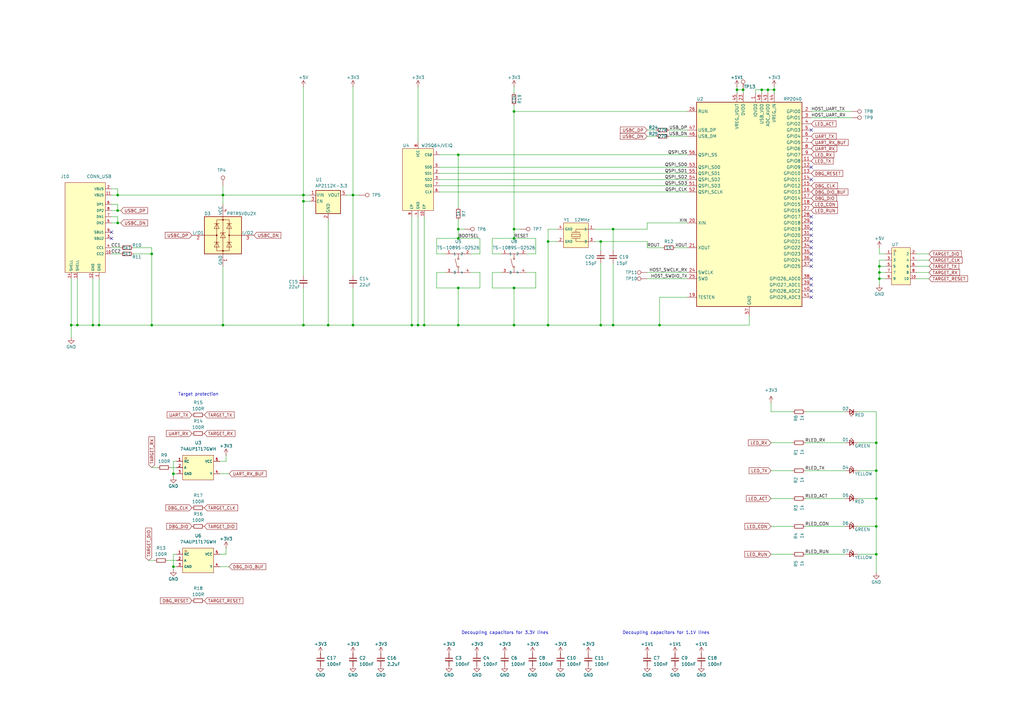
<source format=kicad_sch>
(kicad_sch (version 20231120) (generator "eeschema") (generator_version "8.0")
  (paper "A3")
  (title_block (title "RP2040-DebugProbe-0010") (date "2023-12-24") (rev "1.0"))
  (lib_symbols
    (symbol "Connector:TestPoint" (pin_numbers hide) (pin_names (offset 0.762) hide)
      (property "Reference" "TP" (at 0 6.858 0))
      (property "Value" "TestPoint" (at 0 5.08 0))
      (symbol "TestPoint_1_1"
        (pin passive line (at 0 0 90) (length 2.54) (name "1") (number "1"))
      )
    )
    (symbol "Device:C_Small" (pin_numbers hide) (pin_names (offset 0.254) hide)
      (property "Reference" "C" (at 0.254 1.778 0))
      (property "Value" "C_Small" (at 0.254 -2.032 0))
      (symbol "C_Small_1_1"
        (pin passive line (at 0 2.54 270) (length 2.032) (name "~") (number "1"))
        (pin passive line (at 0 -2.54 90) (length 2.032) (name "~") (number "2"))
      )
    )
    (symbol "Device:LED_Small" (pin_numbers hide) (pin_names (offset 0.254) hide)
      (property "Reference" "D" (at -1.27 3.175 0))
      (property "Value" "LED_Small" (at -4.445 -2.54 0))
      (symbol "LED_Small_1_1"
        (pin passive line (at -2.54 0 0) (length 1.778) (name "K") (number "1"))
        (pin passive line (at 2.54 0 180) (length 1.778) (name "A") (number "2"))
      )
    )
    (symbol "Device:R_Small" (pin_numbers hide) (pin_names (offset 0.254) hide)
      (property "Reference" "R" (at 0.762 0.508 0))
      (property "Value" "R_Small" (at 0.762 -1.016 0))
      (symbol "R_Small_1_1"
        (pin passive line (at 0 2.54 270) (length 0.762) (name "~") (number "1"))
        (pin passive line (at 0 -2.54 90) (length 0.762) (name "~") (number "2"))
      )
    )
    (symbol "JLCPCB:74AUP1T17GWH"
      (property "Reference" "U" (at 0 1.27 0))
      (property "Value" "74AUP1T17GWH" (at 0 -2.54 0))
      (symbol "74AUP1T17GWH_0_1"
        (pin unspecified line (at -8.89 2.54 0) (length 2.54) (name "NC") (number "1"))
        (pin unspecified line (at -8.89 0 0) (length 2.54) (name "A") (number "2"))
        (pin unspecified line (at -8.89 -2.54 0) (length 2.54) (name "GND") (number "3"))
        (pin unspecified line (at 8.89 -2.54 180) (length 2.54) (name "Y") (number "4"))
        (pin unspecified line (at 8.89 2.54 180) (length 2.54) (name "VCC") (number "5"))
      )
    )
    (symbol "JLCPCB:ABM8-272-T3_C20625731"
      (property "Reference" "Y" (at -4.572 6.35 0))
      (property "Value" "ABM8-272-T3" (at 5.334 6.35 0))
      (symbol "ABM8-272-T3_C20625731_0_1"
        (pin input line (at 7.62 2.54 180) (length 2.54) (name "1") (number "1"))
        (pin input line (at -7.62 -2.54 0) (length 2.54) (name "GND") (number "2"))
        (pin input line (at 7.62 -2.54 180) (length 2.54) (name "3") (number "3"))
        (pin input line (at -7.62 2.54 0) (length 2.54) (name "GND") (number "4"))
      )
    )
    (symbol "JLCPCB:HX_JN1_27-2X5_TP_H4_9"
      (property "Reference" "U" (at 0 1.27 0))
      (property "Value" "HX_JN1_27-2X5_TP_H4_9" (at 0 -2.54 0))
      (symbol "HX_JN1_27-2X5_TP_H4_9_0_1"
        (pin unspecified line (at -6.35 5.08 0) (length 2.54) (name "1") (number "1"))
        (pin unspecified line (at 6.35 -5.08 180) (length 2.54) (name "10") (number "10"))
        (pin unspecified line (at 6.35 5.08 180) (length 2.54) (name "2") (number "2"))
        (pin unspecified line (at -6.35 2.54 0) (length 2.54) (name "3") (number "3"))
        (pin unspecified line (at 6.35 2.54 180) (length 2.54) (name "4") (number "4"))
        (pin unspecified line (at -6.35 0 0) (length 2.54) (name "5") (number "5"))
        (pin unspecified line (at 6.35 0 180) (length 2.54) (name "6") (number "6"))
        (pin unspecified line (at -6.35 -2.54 0) (length 2.54) (name "7") (number "7"))
        (pin unspecified line (at 6.35 -2.54 180) (length 2.54) (name "8") (number "8"))
        (pin unspecified line (at -6.35 -5.08 0) (length 2.54) (name "9") (number "9"))
      )
    )
    (symbol "JLCPCB:TS-1089S-02526"
      (property "Reference" "U" (at 0 1.27 0))
      (property "Value" "TS-1089S-02526" (at 0 -2.54 0))
      (symbol "TS-1089S-02526_0_1"
        (pin unspecified line (at -5.08 2.54 0) (length 2.54) (name "1") (number "1"))
        (pin unspecified line (at 5.08 2.54 180) (length 2.54) (name "2") (number "2"))
        (pin unspecified line (at -5.08 -5.08 0) (length 2.54) (name "3") (number "3"))
        (pin unspecified line (at 5.08 -5.08 180) (length 2.54) (name "4") (number "4"))
      )
    )
    (symbol "JLCPCB:TYPE-C_16PIN_2MD(073)"
      (property "Reference" "U" (at -7.874 18.034 0))
      (property "Value" "TYPE-C_16PIN_2MD(073)" (at 8.128 18.034 0))
      (symbol "TYPE-C_16PIN_2MD(073)_0_1"
        (pin unspecified line (at 5.08 -22.86 90) (length 2.54) (name "GND") (number "1"))
        (pin unspecified line (at 10.16 -12.7 180) (length 2.54) (name "CC2") (number "10"))
        (pin unspecified line (at 10.16 11.43 180) (length 2.54) (name "VBUS") (number "11"))
        (pin unspecified line (at 2.54 -22.86 90) (length 2.54) (name "GND") (number "12"))
        (pin unspecified line (at -3.81 -22.86 90) (length 2.54) (name "SHELL") (number "13"))
        (pin unspecified line (at -6.35 -22.86 90) (length 2.54) (name "SHELL") (number "14"))
        (pin unspecified line (at 10.16 13.97 180) (length 2.54) (name "VBUS") (number "2"))
        (pin unspecified line (at 10.16 -6.35 180) (length 2.54) (name "SBU2") (number "3"))
        (pin unspecified line (at 10.16 -10.16 180) (length 2.54) (name "CC1") (number "4"))
        (pin unspecified line (at 10.16 0 180) (length 2.54) (name "DN2") (number "5"))
        (pin unspecified line (at 10.16 7.62 180) (length 2.54) (name "DP1") (number "6"))
        (pin unspecified line (at 10.16 2.54 180) (length 2.54) (name "DN1") (number "7"))
        (pin unspecified line (at 10.16 5.08 180) (length 2.54) (name "DP2") (number "8"))
        (pin unspecified line (at 10.16 -3.81 180) (length 2.54) (name "SBU1") (number "9"))
      )
    )
    (symbol "JLCPCB:W25Q64JWUUIQ"
      (property "Reference" "U" (at 5.588 13.97 0))
      (property "Value" "W25Q64JWUUIQ" (at -7.874 14.224 0))
      (symbol "W25Q64JWUUIQ_0_1"
        (pin unspecified line (at 8.89 10.16 180) (length 2.54) (name "CS#") (number "1"))
        (pin unspecified line (at 2.54 -15.24 90) (length 2.54) (name "EP") (number "10"))
        (pin unspecified line (at 0 -15.24 90) (length 2.54) (name "GND") (number "4"))
        (pin unspecified line (at 8.89 -5.08 180) (length 2.54) (name "CLK") (number "6"))
        (pin unspecified line (at 0 15.24 270) (length 2.54) (name "VCC") (number "8"))
        (pin unspecified line (at -2.54 -15.24 90) (length 2.54) (name "EP") (number "9"))
      )
      (symbol "W25Q64JWUUIQ_1_1"
        (pin unspecified line (at 8.89 2.54 180) (length 2.54) (name "SD1") (number "2"))
        (pin unspecified line (at 8.89 0 180) (length 2.54) (name "SD2") (number "3"))
        (pin unspecified line (at 8.89 5.08 180) (length 2.54) (name "SD0") (number "5"))
        (pin unspecified line (at 8.89 -2.54 180) (length 2.54) (name "SD3") (number "7"))
      )
    )
    (symbol "MCU_RaspberryPi:RP2040"
      (property "Reference" "U" (at 17.78 45.72 0))
      (property "Value" "RP2040" (at 17.78 43.18 0))
      (symbol "RP2040_1_1"
        (pin power_in line (at 2.54 45.72 270) (length 3.81) (name "IOVDD") (number "1"))
        (pin passive line (at 2.54 45.72 270) (length 3.81) hide (name "IOVDD") (number "10"))
        (pin bidirectional line (at 25.4 17.78 180) (length 3.81) (name "GPIO8") (number "11"))
        (pin bidirectional line (at 25.4 15.24 180) (length 3.81) (name "GPIO9") (number "12"))
        (pin bidirectional line (at 25.4 12.7 180) (length 3.81) (name "GPIO10") (number "13"))
        (pin bidirectional line (at 25.4 10.16 180) (length 3.81) (name "GPIO11") (number "14"))
        (pin bidirectional line (at 25.4 7.62 180) (length 3.81) (name "GPIO12") (number "15"))
        (pin bidirectional line (at 25.4 5.08 180) (length 3.81) (name "GPIO13") (number "16"))
        (pin bidirectional line (at 25.4 2.54 180) (length 3.81) (name "GPIO14") (number "17"))
        (pin bidirectional line (at 25.4 0 180) (length 3.81) (name "GPIO15") (number "18"))
        (pin input line (at -25.4 -38.1 0) (length 3.81) (name "TESTEN") (number "19"))
        (pin bidirectional line (at 25.4 38.1 180) (length 3.81) (name "GPIO0") (number "2"))
        (pin input line (at -25.4 -7.62 0) (length 3.81) (name "XIN") (number "20"))
        (pin passive line (at -25.4 -17.78 0) (length 3.81) (name "XOUT") (number "21"))
        (pin passive line (at 2.54 45.72 270) (length 3.81) hide (name "IOVDD") (number "22"))
        (pin power_in line (at -2.54 45.72 270) (length 3.81) (name "DVDD") (number "23"))
        (pin input line (at -25.4 -27.94 0) (length 3.81) (name "SWCLK") (number "24"))
        (pin bidirectional line (at -25.4 -30.48 0) (length 3.81) (name "SWD") (number "25"))
        (pin input line (at -25.4 38.1 0) (length 3.81) (name "RUN") (number "26"))
        (pin bidirectional line (at 25.4 -2.54 180) (length 3.81) (name "GPIO16") (number "27"))
        (pin bidirectional line (at 25.4 -5.08 180) (length 3.81) (name "GPIO17") (number "28"))
        (pin bidirectional line (at 25.4 -7.62 180) (length 3.81) (name "GPIO18") (number "29"))
        (pin bidirectional line (at 25.4 35.56 180) (length 3.81) (name "GPIO1") (number "3"))
        (pin bidirectional line (at 25.4 -10.16 180) (length 3.81) (name "GPIO19") (number "30"))
        (pin bidirectional line (at 25.4 -12.7 180) (length 3.81) (name "GPIO20") (number "31"))
        (pin bidirectional line (at 25.4 -15.24 180) (length 3.81) (name "GPIO21") (number "32"))
        (pin passive line (at 2.54 45.72 270) (length 3.81) hide (name "IOVDD") (number "33"))
        (pin bidirectional line (at 25.4 -17.78 180) (length 3.81) (name "GPIO22") (number "34"))
        (pin bidirectional line (at 25.4 -20.32 180) (length 3.81) (name "GPIO23") (number "35"))
        (pin bidirectional line (at 25.4 -22.86 180) (length 3.81) (name "GPIO24") (number "36"))
        (pin bidirectional line (at 25.4 -25.4 180) (length 3.81) (name "GPIO25") (number "37"))
        (pin bidirectional line (at 25.4 -30.48 180) (length 3.81) (name "GPIO26_ADC0") (number "38"))
        (pin bidirectional line (at 25.4 -33.02 180) (length 3.81) (name "GPIO27_ADC1") (number "39"))
        (pin bidirectional line (at 25.4 33.02 180) (length 3.81) (name "GPIO2") (number "4"))
        (pin bidirectional line (at 25.4 -35.56 180) (length 3.81) (name "GPIO28_ADC2") (number "40"))
        (pin bidirectional line (at 25.4 -38.1 180) (length 3.81) (name "GPIO29_ADC3") (number "41"))
        (pin passive line (at 2.54 45.72 270) (length 3.81) hide (name "IOVDD") (number "42"))
        (pin power_in line (at 7.62 45.72 270) (length 3.81) (name "ADC_AVDD") (number "43"))
        (pin power_in line (at 10.16 45.72 270) (length 3.81) (name "VREG_IN") (number "44"))
        (pin power_out line (at -5.08 45.72 270) (length 3.81) (name "VREG_VOUT") (number "45"))
        (pin bidirectional line (at -25.4 27.94 0) (length 3.81) (name "USB_DM") (number "46"))
        (pin bidirectional line (at -25.4 30.48 0) (length 3.81) (name "USB_DP") (number "47"))
        (pin power_in line (at 5.08 45.72 270) (length 3.81) (name "USB_VDD") (number "48"))
        (pin passive line (at 2.54 45.72 270) (length 3.81) hide (name "IOVDD") (number "49"))
        (pin bidirectional line (at 25.4 30.48 180) (length 3.81) (name "GPIO3") (number "5"))
        (pin passive line (at -2.54 45.72 270) (length 3.81) hide (name "DVDD") (number "50"))
        (pin bidirectional line (at -25.4 7.62 0) (length 3.81) (name "QSPI_SD3") (number "51"))
        (pin output line (at -25.4 5.08 0) (length 3.81) (name "QSPI_SCLK") (number "52"))
        (pin bidirectional line (at -25.4 15.24 0) (length 3.81) (name "QSPI_SD0") (number "53"))
        (pin bidirectional line (at -25.4 10.16 0) (length 3.81) (name "QSPI_SD2") (number "54"))
        (pin bidirectional line (at -25.4 12.7 0) (length 3.81) (name "QSPI_SD1") (number "55"))
        (pin bidirectional line (at -25.4 20.32 0) (length 3.81) (name "QSPI_SS") (number "56"))
        (pin power_in line (at 0 -45.72 90) (length 3.81) (name "GND") (number "57"))
        (pin bidirectional line (at 25.4 27.94 180) (length 3.81) (name "GPIO4") (number "6"))
        (pin bidirectional line (at 25.4 25.4 180) (length 3.81) (name "GPIO5") (number "7"))
        (pin bidirectional line (at 25.4 22.86 180) (length 3.81) (name "GPIO6") (number "8"))
        (pin bidirectional line (at 25.4 20.32 180) (length 3.81) (name "GPIO7") (number "9"))
      )
    )
    (symbol "Power_Protection:PRTR5V0U2X" (pin_names (offset 0))
      (property "Reference" "D" (at 2.794 8.636 0))
      (property "Value" "PRTR5V0U2X" (at 8.128 -9.398 0))
      (symbol "PRTR5V0U2X_1_1"
        (pin passive line (at 0 -12.7 90) (length 5.08) (name "GND") (number "1"))
        (pin passive line (at -12.7 0 0) (length 5.08) (name "I/O1") (number "2"))
        (pin passive line (at 12.7 0 180) (length 5.08) (name "I/O2") (number "3"))
        (pin passive line (at 0 12.7 270) (length 5.08) (name "VCC") (number "4"))
      )
    )
    (symbol "Regulator_Linear:AP2112K-3.3" (pin_names (offset 0.254))
      (property "Reference" "U" (at -5.08 5.715 0))
      (property "Value" "AP2112K-3.3" (at 0 5.715 0))
      (symbol "AP2112K-3.3_1_1"
        (pin power_in line (at -7.62 2.54 0) (length 2.54) (name "VIN") (number "1"))
        (pin power_in line (at 0 -7.62 90) (length 2.54) (name "GND") (number "2"))
        (pin input line (at -7.62 0 0) (length 2.54) (name "EN") (number "3"))
        (pin no_connect line (at 5.08 0 180) (length 2.54) hide (name "NC") (number "4"))
        (pin power_out line (at 7.62 2.54 180) (length 2.54) (name "VOUT") (number "5"))
      )
    )
    (symbol "power:+1V1" (power) (pin_numbers hide) (pin_names (offset 0) hide)
      (property "Value" "+1V1" (at 0 3.556 0))
      (symbol "+1V1_1_1"
        (pin power_in line (at 0 0 90) (length 0) (name "~") (number "1"))
      )
    )
    (symbol "power:+3V3" (power) (pin_numbers hide) (pin_names (offset 0) hide)
      (property "Value" "+3V3" (at 0 3.556 0))
      (symbol "+3V3_1_1"
        (pin power_in line (at 0 0 90) (length 0) (name "~") (number "1"))
      )
    )
    (symbol "power:+5V" (power) (pin_numbers hide) (pin_names (offset 0) hide)
      (property "Value" "+5V" (at 0 3.556 0))
      (symbol "+5V_1_1"
        (pin power_in line (at 0 0 90) (length 0) (name "~") (number "1"))
      )
    )
    (symbol "power:GND" (power) (pin_numbers hide) (pin_names (offset 0) hide)
      (property "Value" "GND" (at 0 -3.81 0))
      (symbol "GND_1_1"
        (pin power_in line (at 0 0 270) (length 0) (name "~") (number "1"))
      )
    )
  )
  (junction (at 38.1 133.35))
  (junction (at 304.8 36.83))
  (junction (at 124.46 133.35))
  (junction (at 359.41 215.9))
  (junction (at 91.44 80.01))
  (junction (at 246.38 99.06))
  (junction (at 251.46 93.98))
  (junction (at 71.12 232.41))
  (junction (at 210.82 45.72))
  (junction (at 173.99 133.35))
  (junction (at 62.23 104.14))
  (junction (at 124.46 80.01))
  (junction (at 48.26 86.36))
  (junction (at 187.96 118.11))
  (junction (at 314.96 36.83))
  (junction (at 71.12 194.31))
  (junction (at 359.41 181.61))
  (junction (at 312.42 36.83))
  (junction (at 48.26 91.44))
  (junction (at 187.96 93.98))
  (junction (at 359.41 193.04))
  (junction (at 246.38 133.35))
  (junction (at 31.75 133.35))
  (junction (at 317.5 36.83))
  (junction (at 224.79 133.35))
  (junction (at 29.21 133.35))
  (junction (at 359.41 204.47))
  (junction (at 251.46 133.35))
  (junction (at 224.79 99.06))
  (junction (at 144.78 133.35))
  (junction (at 144.78 80.01))
  (junction (at 302.26 36.83))
  (junction (at 210.82 93.98))
  (junction (at 187.96 63.5))
  (junction (at 187.96 133.35))
  (junction (at 168.91 133.35))
  (junction (at 124.46 82.55))
  (junction (at 359.41 227.33))
  (junction (at 171.45 133.35))
  (junction (at 91.44 133.35))
  (junction (at 210.82 118.11))
  (junction (at 62.23 133.35))
  (junction (at 48.26 80.01))
  (junction (at 187.96 97.79))
  (junction (at 40.64 133.35))
  (junction (at 360.68 114.3))
  (junction (at 360.68 111.76))
  (junction (at 210.82 133.35))
  (junction (at 360.68 109.22))
  (junction (at 270.51 133.35))
  (junction (at 210.82 97.79))
  (junction (at 134.62 133.35))
  (no_connect (at 332.74 73.66))
  (no_connect (at 332.74 96.52))
  (no_connect (at 45.72 97.79))
  (no_connect (at 332.74 99.06))
  (no_connect (at 332.74 119.38))
  (no_connect (at 332.74 88.9))
  (no_connect (at 332.74 121.92))
  (no_connect (at 332.74 106.68))
  (no_connect (at 45.72 95.25))
  (no_connect (at 332.74 93.98))
  (no_connect (at 332.74 104.14))
  (no_connect (at 332.74 114.3))
  (no_connect (at 332.74 101.6))
  (no_connect (at 332.74 116.84))
  (no_connect (at 332.74 91.44))
  (no_connect (at 332.74 68.58))
  (no_connect (at 332.74 109.22))
  (no_connect (at 332.74 53.34))
  (wire (pts (xy 359.41 215.9) (xy 359.41 227.33)))
  (wire (pts (xy 179.07 111.76) (xy 179.07 118.11)))
  (wire (pts (xy 48.26 88.9) (xy 48.26 91.44)))
  (wire (pts (xy 243.84 99.06) (xy 246.38 99.06)))
  (wire (pts (xy 49.53 101.6) (xy 45.72 101.6)))
  (wire (pts (xy 144.78 113.03) (xy 144.78 80.01)))
  (wire (pts (xy 359.41 204.47) (xy 359.41 215.9)))
  (wire (pts (xy 179.07 104.14) (xy 182.88 104.14)))
  (wire (pts (xy 316.23 215.9) (xy 325.12 215.9)))
  (wire (pts (xy 173.99 88.9) (xy 173.99 133.35)))
  (wire (pts (xy 38.1 114.3) (xy 38.1 133.35)))
  (wire (pts (xy 48.26 86.36) (xy 45.72 86.36)))
  (wire (pts (xy 60.96 229.87) (xy 63.5 229.87)))
  (wire (pts (xy 314.96 36.83) (xy 314.96 38.1)))
  (wire (pts (xy 62.23 101.6) (xy 62.23 104.14)))
  (wire (pts (xy 243.84 93.98) (xy 251.46 93.98)))
  (wire (pts (xy 317.5 35.56) (xy 317.5 36.83)))
  (wire (pts (xy 144.78 80.01) (xy 147.32 80.01)))
  (wire (pts (xy 144.78 133.35) (xy 168.91 133.35)))
  (wire (pts (xy 359.41 234.95) (xy 359.41 227.33)))
  (wire (pts (xy 124.46 133.35) (xy 124.46 118.11)))
  (wire (pts (xy 91.44 80.01) (xy 91.44 83.82)))
  (wire (pts (xy 274.32 53.34) (xy 281.94 53.34)))
  (wire (pts (xy 31.75 114.3) (xy 31.75 133.35)))
  (wire (pts (xy 219.71 104.14) (xy 215.9 104.14)))
  (wire (pts (xy 179.07 97.79) (xy 187.96 97.79)))
  (wire (pts (xy 360.68 106.68) (xy 360.68 109.22)))
  (wire (pts (xy 316.23 227.33) (xy 325.12 227.33)))
  (wire (pts (xy 62.23 104.14) (xy 54.61 104.14)))
  (wire (pts (xy 359.41 215.9) (xy 351.79 215.9)))
  (wire (pts (xy 316.23 168.91) (xy 325.12 168.91)))
  (wire (pts (xy 187.96 63.5) (xy 281.94 63.5)))
  (wire (pts (xy 210.82 43.18) (xy 210.82 45.72)))
  (wire (pts (xy 363.22 104.14) (xy 360.68 104.14)))
  (wire (pts (xy 359.41 193.04) (xy 359.41 204.47)))
  (wire (pts (xy 330.2 204.47) (xy 346.71 204.47)))
  (wire (pts (xy 62.23 133.35) (xy 91.44 133.35)))
  (wire (pts (xy 92.71 227.33) (xy 90.17 227.33)))
  (wire (pts (xy 62.23 104.14) (xy 62.23 133.35)))
  (wire (pts (xy 317.5 36.83) (xy 317.5 38.1)))
  (wire (pts (xy 40.64 133.35) (xy 38.1 133.35)))
  (wire (pts (xy 281.94 111.76) (xy 265.43 111.76)))
  (wire (pts (xy 45.72 80.01) (xy 48.26 80.01)))
  (wire (pts (xy 48.26 83.82) (xy 48.26 86.36)))
  (wire (pts (xy 316.23 165.1) (xy 316.23 168.91)))
  (wire (pts (xy 201.93 104.14) (xy 201.93 97.79)))
  (wire (pts (xy 40.64 114.3) (xy 40.64 133.35)))
  (wire (pts (xy 196.85 118.11) (xy 187.96 118.11)))
  (wire (pts (xy 246.38 133.35) (xy 251.46 133.35)))
  (wire (pts (xy 92.71 224.79) (xy 92.71 227.33)))
  (wire (pts (xy 316.23 193.04) (xy 325.12 193.04)))
  (wire (pts (xy 375.92 106.68) (xy 381 106.68)))
  (wire (pts (xy 38.1 133.35) (xy 31.75 133.35)))
  (wire (pts (xy 124.46 133.35) (xy 134.62 133.35)))
  (wire (pts (xy 72.39 227.33) (xy 71.12 227.33)))
  (wire (pts (xy 224.79 93.98) (xy 224.79 99.06)))
  (wire (pts (xy 179.07 111.76) (xy 182.88 111.76)))
  (wire (pts (xy 168.91 88.9) (xy 168.91 133.35)))
  (wire (pts (xy 196.85 104.14) (xy 196.85 97.79)))
  (wire (pts (xy 302.26 35.56) (xy 302.26 36.83)))
  (wire (pts (xy 219.71 104.14) (xy 219.71 97.79)))
  (wire (pts (xy 224.79 133.35) (xy 246.38 133.35)))
  (wire (pts (xy 251.46 133.35) (xy 270.51 133.35)))
  (wire (pts (xy 265.43 101.6) (xy 271.78 101.6)))
  (wire (pts (xy 375.92 109.22) (xy 381 109.22)))
  (wire (pts (xy 134.62 133.35) (xy 134.62 90.17)))
  (wire (pts (xy 71.12 189.23) (xy 71.12 194.31)))
  (wire (pts (xy 302.26 36.83) (xy 304.8 36.83)))
  (wire (pts (xy 171.45 88.9) (xy 171.45 133.35)))
  (wire (pts (xy 180.34 78.74) (xy 281.94 78.74)))
  (wire (pts (xy 351.79 168.91) (xy 359.41 168.91)))
  (wire (pts (xy 171.45 133.35) (xy 173.99 133.35)))
  (wire (pts (xy 375.92 111.76) (xy 381 111.76)))
  (wire (pts (xy 219.71 111.76) (xy 215.9 111.76)))
  (wire (pts (xy 127 80.01) (xy 124.46 80.01)))
  (wire (pts (xy 360.68 111.76) (xy 360.68 114.3)))
  (wire (pts (xy 62.23 191.77) (xy 64.77 191.77)))
  (wire (pts (xy 187.96 118.11) (xy 187.96 133.35)))
  (wire (pts (xy 179.07 104.14) (xy 179.07 97.79)))
  (wire (pts (xy 270.51 121.92) (xy 270.51 133.35)))
  (wire (pts (xy 210.82 45.72) (xy 210.82 93.98)))
  (wire (pts (xy 224.79 99.06) (xy 224.79 133.35)))
  (wire (pts (xy 307.34 129.54) (xy 307.34 133.35)))
  (wire (pts (xy 210.82 93.98) (xy 210.82 97.79)))
  (wire (pts (xy 134.62 133.35) (xy 144.78 133.35)))
  (wire (pts (xy 91.44 80.01) (xy 124.46 80.01)))
  (wire (pts (xy 201.93 111.76) (xy 201.93 118.11)))
  (wire (pts (xy 330.2 193.04) (xy 346.71 193.04)))
  (wire (pts (xy 265.43 91.44) (xy 265.43 93.98)))
  (wire (pts (xy 314.96 36.83) (xy 317.5 36.83)))
  (wire (pts (xy 48.26 91.44) (xy 45.72 91.44)))
  (wire (pts (xy 173.99 133.35) (xy 187.96 133.35)))
  (wire (pts (xy 346.71 168.91) (xy 330.2 168.91)))
  (wire (pts (xy 312.42 36.83) (xy 312.42 38.1)))
  (wire (pts (xy 360.68 114.3) (xy 363.22 114.3)))
  (wire (pts (xy 92.71 186.69) (xy 92.71 189.23)))
  (wire (pts (xy 124.46 35.56) (xy 124.46 80.01)))
  (wire (pts (xy 265.43 91.44) (xy 281.94 91.44)))
  (wire (pts (xy 359.41 204.47) (xy 351.79 204.47)))
  (wire (pts (xy 224.79 99.06) (xy 228.6 99.06)))
  (wire (pts (xy 187.96 90.17) (xy 187.96 93.98)))
  (wire (pts (xy 359.41 193.04) (xy 351.79 193.04)))
  (wire (pts (xy 201.93 118.11) (xy 210.82 118.11)))
  (wire (pts (xy 144.78 35.56) (xy 144.78 80.01)))
  (wire (pts (xy 359.41 181.61) (xy 359.41 193.04)))
  (wire (pts (xy 142.24 80.01) (xy 144.78 80.01)))
  (wire (pts (xy 276.86 101.6) (xy 281.94 101.6)))
  (wire (pts (xy 62.23 133.35) (xy 40.64 133.35)))
  (wire (pts (xy 49.53 91.44) (xy 48.26 91.44)))
  (wire (pts (xy 210.82 93.98) (xy 213.36 93.98)))
  (wire (pts (xy 180.34 63.5) (xy 187.96 63.5)))
  (wire (pts (xy 359.41 168.91) (xy 359.41 181.61)))
  (wire (pts (xy 201.93 111.76) (xy 205.74 111.76)))
  (wire (pts (xy 92.71 189.23) (xy 90.17 189.23)))
  (wire (pts (xy 219.71 111.76) (xy 219.71 118.11)))
  (wire (pts (xy 251.46 93.98) (xy 251.46 102.87)))
  (wire (pts (xy 302.26 36.83) (xy 302.26 38.1)))
  (wire (pts (xy 72.39 194.31) (xy 71.12 194.31)))
  (wire (pts (xy 360.68 111.76) (xy 363.22 111.76)))
  (wire (pts (xy 48.26 83.82) (xy 45.72 83.82)))
  (wire (pts (xy 224.79 93.98) (xy 228.6 93.98)))
  (wire (pts (xy 62.23 101.6) (xy 54.61 101.6)))
  (wire (pts (xy 72.39 232.41) (xy 71.12 232.41)))
  (wire (pts (xy 48.26 80.01) (xy 91.44 80.01)))
  (wire (pts (xy 91.44 109.22) (xy 91.44 133.35)))
  (wire (pts (xy 49.53 104.14) (xy 45.72 104.14)))
  (wire (pts (xy 124.46 113.03) (xy 124.46 82.55)))
  (wire (pts (xy 68.58 229.87) (xy 72.39 229.87)))
  (wire (pts (xy 93.98 194.31) (xy 90.17 194.31)))
  (wire (pts (xy 49.53 86.36) (xy 48.26 86.36)))
  (wire (pts (xy 29.21 114.3) (xy 29.21 133.35)))
  (wire (pts (xy 219.71 118.11) (xy 210.82 118.11)))
  (wire (pts (xy 210.82 97.79) (xy 219.71 97.79)))
  (wire (pts (xy 71.12 194.31) (xy 71.12 195.58)))
  (wire (pts (xy 48.26 88.9) (xy 45.72 88.9)))
  (wire (pts (xy 281.94 114.3) (xy 265.43 114.3)))
  (wire (pts (xy 180.34 71.12) (xy 281.94 71.12)))
  (wire (pts (xy 265.43 53.34) (xy 269.24 53.34)))
  (wire (pts (xy 180.34 73.66) (xy 281.94 73.66)))
  (wire (pts (xy 187.96 63.5) (xy 187.96 85.09)))
  (wire (pts (xy 246.38 99.06) (xy 246.38 102.87)))
  (wire (pts (xy 330.2 181.61) (xy 346.71 181.61)))
  (wire (pts (xy 196.85 97.79) (xy 187.96 97.79)))
  (wire (pts (xy 210.82 118.11) (xy 210.82 133.35)))
  (wire (pts (xy 360.68 109.22) (xy 363.22 109.22)))
  (wire (pts (xy 363.22 106.68) (xy 360.68 106.68)))
  (wire (pts (xy 180.34 68.58) (xy 281.94 68.58)))
  (wire (pts (xy 309.88 36.83) (xy 312.42 36.83)))
  (wire (pts (xy 180.34 76.2) (xy 281.94 76.2)))
  (wire (pts (xy 332.74 45.72) (xy 349.25 45.72)))
  (wire (pts (xy 375.92 114.3) (xy 381 114.3)))
  (wire (pts (xy 201.93 104.14) (xy 205.74 104.14)))
  (wire (pts (xy 196.85 104.14) (xy 193.04 104.14)))
  (wire (pts (xy 72.39 189.23) (xy 71.12 189.23)))
  (wire (pts (xy 168.91 133.35) (xy 171.45 133.35)))
  (wire (pts (xy 29.21 133.35) (xy 29.21 138.43)))
  (wire (pts (xy 196.85 111.76) (xy 196.85 118.11)))
  (wire (pts (xy 127 82.55) (xy 124.46 82.55)))
  (wire (pts (xy 179.07 118.11) (xy 187.96 118.11)))
  (wire (pts (xy 316.23 181.61) (xy 325.12 181.61)))
  (wire (pts (xy 187.96 93.98) (xy 187.96 97.79)))
  (wire (pts (xy 196.85 111.76) (xy 193.04 111.76)))
  (wire (pts (xy 270.51 133.35) (xy 307.34 133.35)))
  (wire (pts (xy 171.45 35.56) (xy 171.45 58.42)))
  (wire (pts (xy 360.68 116.84) (xy 360.68 114.3)))
  (wire (pts (xy 93.98 232.41) (xy 90.17 232.41)))
  (wire (pts (xy 375.92 104.14) (xy 381 104.14)))
  (wire (pts (xy 330.2 215.9) (xy 346.71 215.9)))
  (wire (pts (xy 246.38 107.95) (xy 246.38 133.35)))
  (wire (pts (xy 360.68 109.22) (xy 360.68 111.76)))
  (wire (pts (xy 251.46 93.98) (xy 265.43 93.98)))
  (wire (pts (xy 251.46 107.95) (xy 251.46 133.35)))
  (wire (pts (xy 330.2 227.33) (xy 346.71 227.33)))
  (wire (pts (xy 360.68 101.6) (xy 360.68 104.14)))
  (wire (pts (xy 124.46 82.55) (xy 124.46 80.01)))
  (wire (pts (xy 332.74 48.26) (xy 349.25 48.26)))
  (wire (pts (xy 274.32 55.88) (xy 281.94 55.88)))
  (wire (pts (xy 359.41 227.33) (xy 351.79 227.33)))
  (wire (pts (xy 91.44 133.35) (xy 124.46 133.35)))
  (wire (pts (xy 48.26 77.47) (xy 48.26 80.01)))
  (wire (pts (xy 45.72 77.47) (xy 48.26 77.47)))
  (wire (pts (xy 91.44 76.2) (xy 91.44 80.01)))
  (wire (pts (xy 210.82 45.72) (xy 281.94 45.72)))
  (wire (pts (xy 31.75 133.35) (xy 29.21 133.35)))
  (wire (pts (xy 359.41 181.61) (xy 351.79 181.61)))
  (wire (pts (xy 71.12 227.33) (xy 71.12 232.41)))
  (wire (pts (xy 71.12 232.41) (xy 71.12 233.68)))
  (wire (pts (xy 210.82 133.35) (xy 224.79 133.35)))
  (wire (pts (xy 312.42 36.83) (xy 314.96 36.83)))
  (wire (pts (xy 187.96 93.98) (xy 190.5 93.98)))
  (wire (pts (xy 270.51 121.92) (xy 281.94 121.92)))
  (wire (pts (xy 144.78 133.35) (xy 144.78 118.11)))
  (wire (pts (xy 246.38 99.06) (xy 265.43 99.06)))
  (wire (pts (xy 187.96 133.35) (xy 210.82 133.35)))
  (wire (pts (xy 304.8 36.83) (xy 304.8 38.1)))
  (wire (pts (xy 201.93 97.79) (xy 210.82 97.79)))
  (wire (pts (xy 265.43 55.88) (xy 269.24 55.88)))
  (wire (pts (xy 69.85 191.77) (xy 72.39 191.77)))
  (wire (pts (xy 316.23 204.47) (xy 325.12 204.47)))
  (wire (pts (xy 309.88 36.83) (xy 309.88 38.1)))
  (wire (pts (xy 210.82 35.56) (xy 210.82 38.1)))
  (wire (pts (xy 265.43 99.06) (xy 265.43 101.6)))
  (text "Decoupling capacitors for 3.3V lines" (at 189.23 260.35 0) (effects (font (size 1.27 1.27)) (justify left bottom)))
  (text "Decoupling capacitors for 1.1V lines" (at 255.27 260.35 0) (effects (font (size 1.27 1.27)) (justify left bottom)))
  (text "Target protection" (at 73.025 162.56 0) (effects (font (size 1.27 1.27)) (justify left bottom)))
  (label "RLED_CON" (at 330.2 215.9 0))
  (label "HOST_SWCLK_RX" (at 281.94 111.76 180))
  (label "RESET" (at 210.82 97.79 0))
  (label "QSPI_SD1" (at 281.94 71.12 180))
  (label "RLED_RUN" (at 330.2 227.33 0))
  (label "USB_DN" (at 281.94 55.88 180))
  (label "QSPI_SD0" (at 281.94 68.58 180))
  (label "QSPI_SS" (at 281.94 63.5 180))
  (label "QSPI_SD3" (at 281.94 76.2 180))
  (label "HOST_SWDIO_TX" (at 281.94 114.3 180))
  (label "ROUT" (at 265.43 101.6 0))
  (label "RLED_TX" (at 330.2 193.04 0))
  (label "QSPI_SD2" (at 281.94 73.66 180))
  (label "CC2" (at 49.53 104.14 180))
  (label "HOST_UART_RX" (at 332.74 48.26 0))
  (label "CC1" (at 49.53 101.6 180))
  (label "BOOTSEL" (at 187.96 97.79 0))
  (label "HOST_UART_TX" (at 332.74 45.72 0))
  (label "XIN" (at 281.94 91.44 180))
  (label "QSPI_CLK" (at 281.94 78.74 180))
  (label "XOUT" (at 281.94 101.6 180))
  (label "RLED_ACT" (at 330.2 204.47 0))
  (label "RLED_RX" (at 330.2 181.61 0))
  (label "USB_DP" (at 281.94 53.34 180))
  (global_label "LED_ACT" (shape input) (at 332.74 50.8 0) (property "Intersheetrefs" "${INTERSHEET_REFS}" (effects (hide yes))))
  (global_label "TARGET_RESET" (shape input) (at 381 114.3 0) (property "Intersheetrefs" "${INTERSHEET_REFS}" (effects (hide yes))))
  (global_label "UART_RX_BUF" (shape input) (at 332.74 58.42 0) (property "Intersheetrefs" "${INTERSHEET_REFS}" (effects (hide yes))))
  (global_label "TARGET_TX" (shape input) (at 83.82 170.18 0) (property "Intersheetrefs" "${INTERSHEET_REFS}" (effects (hide yes))))
  (global_label "USBC_DN" (shape input) (at 104.14 96.52 0) (property "Intersheetrefs" "${INTERSHEET_REFS}" (effects (hide yes))))
  (global_label "LED_RX" (shape input) (at 316.23 181.61 180) (property "Intersheetrefs" "${INTERSHEET_REFS}" (effects (hide yes))))
  (global_label "DBG_DIO_BUF" (shape input) (at 93.98 232.41 0) (property "Intersheetrefs" "${INTERSHEET_REFS}" (effects (hide yes))))
  (global_label "TARGET_DIO" (shape input) (at 83.82 215.9 0) (property "Intersheetrefs" "${INTERSHEET_REFS}" (effects (hide yes))))
  (global_label "LED_ACT" (shape input) (at 316.23 204.47 180) (property "Intersheetrefs" "${INTERSHEET_REFS}" (effects (hide yes))))
  (global_label "TARGET_TX" (shape input) (at 381 109.22 0) (property "Intersheetrefs" "${INTERSHEET_REFS}" (effects (hide yes))))
  (global_label "USBC_DN" (shape input) (at 49.53 91.44 0) (property "Intersheetrefs" "${INTERSHEET_REFS}" (effects (hide yes))))
  (global_label "UART_TX" (shape input) (at 332.74 55.88 0) (property "Intersheetrefs" "${INTERSHEET_REFS}" (effects (hide yes))))
  (global_label "DBG_CLK" (shape input) (at 332.74 76.2 0) (property "Intersheetrefs" "${INTERSHEET_REFS}" (effects (hide yes))))
  (global_label "USBC_DN" (shape input) (at 265.43 55.88 180) (property "Intersheetrefs" "${INTERSHEET_REFS}" (effects (hide yes))))
  (global_label "DBG_CLK" (shape input) (at 78.74 208.28 180) (property "Intersheetrefs" "${INTERSHEET_REFS}" (effects (hide yes))))
  (global_label "TARGET_RX" (shape input) (at 83.82 177.8 0) (property "Intersheetrefs" "${INTERSHEET_REFS}" (effects (hide yes))))
  (global_label "USBC_DP" (shape input) (at 49.53 86.36 0) (property "Intersheetrefs" "${INTERSHEET_REFS}" (effects (hide yes))))
  (global_label "UART_RX" (shape input) (at 332.74 60.96 0) (property "Intersheetrefs" "${INTERSHEET_REFS}" (effects (hide yes))))
  (global_label "TARGET_DIO" (shape input) (at 381 104.14 0) (property "Intersheetrefs" "${INTERSHEET_REFS}" (effects (hide yes))))
  (global_label "USBC_DP" (shape input) (at 265.43 53.34 180) (property "Intersheetrefs" "${INTERSHEET_REFS}" (effects (hide yes))))
  (global_label "LED_CON" (shape input) (at 332.74 83.82 0) (property "Intersheetrefs" "${INTERSHEET_REFS}" (effects (hide yes))))
  (global_label "TARGET_DIO" (shape input) (at 60.96 229.87 90) (property "Intersheetrefs" "${INTERSHEET_REFS}" (effects (hide yes))))
  (global_label "UART_RX_BUF" (shape input) (at 93.98 194.31 0) (property "Intersheetrefs" "${INTERSHEET_REFS}" (effects (hide yes))))
  (global_label "DBG_DIO" (shape input) (at 332.74 81.28 0) (property "Intersheetrefs" "${INTERSHEET_REFS}" (effects (hide yes))))
  (global_label "USBC_DP" (shape input) (at 78.74 96.52 180) (property "Intersheetrefs" "${INTERSHEET_REFS}" (effects (hide yes))))
  (global_label "UART_RX" (shape input) (at 78.74 177.8 180) (property "Intersheetrefs" "${INTERSHEET_REFS}" (effects (hide yes))))
  (global_label "LED_RX" (shape input) (at 332.74 63.5 0) (property "Intersheetrefs" "${INTERSHEET_REFS}" (effects (hide yes))))
  (global_label "TARGET_RESET" (shape input) (at 83.82 246.38 0) (property "Intersheetrefs" "${INTERSHEET_REFS}" (effects (hide yes))))
  (global_label "LED_TX" (shape input) (at 316.23 193.04 180) (property "Intersheetrefs" "${INTERSHEET_REFS}" (effects (hide yes))))
  (global_label "DBG_DIO_BUF" (shape input) (at 332.74 78.74 0) (property "Intersheetrefs" "${INTERSHEET_REFS}" (effects (hide yes))))
  (global_label "DBG_DIO" (shape input) (at 78.74 215.9 180) (property "Intersheetrefs" "${INTERSHEET_REFS}" (effects (hide yes))))
  (global_label "LED_RUN" (shape input) (at 316.23 227.33 180) (property "Intersheetrefs" "${INTERSHEET_REFS}" (effects (hide yes))))
  (global_label "TARGET_CLK" (shape input) (at 381 106.68 0) (property "Intersheetrefs" "${INTERSHEET_REFS}" (effects (hide yes))))
  (global_label "TARGET_RX" (shape input) (at 381 111.76 0) (property "Intersheetrefs" "${INTERSHEET_REFS}" (effects (hide yes))))
  (global_label "DBG_RESET" (shape input) (at 78.74 246.38 180) (property "Intersheetrefs" "${INTERSHEET_REFS}" (effects (hide yes))))
  (global_label "TARGET_RX" (shape input) (at 62.23 191.77 90) (property "Intersheetrefs" "${INTERSHEET_REFS}" (effects (hide yes))))
  (global_label "LED_CON" (shape input) (at 316.23 215.9 180) (property "Intersheetrefs" "${INTERSHEET_REFS}" (effects (hide yes))))
  (global_label "LED_RUN" (shape input) (at 332.74 86.36 0) (property "Intersheetrefs" "${INTERSHEET_REFS}" (effects (hide yes))))
  (global_label "LED_TX" (shape input) (at 332.74 66.04 0) (property "Intersheetrefs" "${INTERSHEET_REFS}" (effects (hide yes))))
  (global_label "UART_TX" (shape input) (at 78.74 170.18 180) (property "Intersheetrefs" "${INTERSHEET_REFS}" (effects (hide yes))))
  (global_label "TARGET_CLK" (shape input) (at 83.82 208.28 0) (property "Intersheetrefs" "${INTERSHEET_REFS}" (effects (hide yes))))
  (global_label "DBG_RESET" (shape input) (at 332.74 71.12 0) (property "Intersheetrefs" "${INTERSHEET_REFS}" (effects (hide yes))))
  (symbol (lib_id "Power_Protection:PRTR5V0U2X") (at 91.44 96.52 0) (unit 1)
    (property "Reference" "D3" (at 85.09 87.63 0))
    (property "Value" "PRTR5V0U2X" (at 99.06 87.63 0))
    (property "Footprint" "Package_TO_SOT_SMD:SOT-143" (effects (hide yes)))
    (property "Datasheet" "https://assets.nexperia.com/documents/data-sheet/PRTR5V0U2X.pdf" (effects (hide yes)))
    (property "Description" "Ultra low capacitance double rail-to-rail ESD protection diode, SOT-143" (effects (hide yes)))
  )
  (symbol (lib_id "power:+1V1") (at 276.86 267.97 0) (unit 1)
    (property "Reference" "#PWR027" (effects (hide yes)))
    (property "Value" "+1V1" (at 276.86 264.16 0))
    (property "Description" "Power symbol creates a global label with name \"+1V1\"" (effects (hide yes)))
  )
  (symbol (lib_id "Device:R_Small") (at 274.32 101.6 270) (unit 1)
    (property "Reference" "R12" (at 274.32 99.06 90))
    (property "Value" "1K" (at 274.32 101.6 90))
    (property "Footprint" "Resistor_SMD:R_0402_1005Metric" (effects (hide yes)))
    (property "Description" "Resistor, small symbol" (effects (hide yes)))
  )
  (symbol (lib_id "power:+3V3") (at 171.45 35.56 0) (mirror y) (unit 1)
    (property "Reference" "#PWR047" (effects (hide yes)))
    (property "Value" "+3V3" (at 171.45 31.75 0))
    (property "Description" "Power symbol creates a global label with name \"+3V3\"" (effects (hide yes)))
  )
  (symbol (lib_id "power:+3V3") (at 241.3 267.97 0) (unit 1)
    (property "Reference" "#PWR031" (effects (hide yes)))
    (property "Value" "+3V3" (at 241.3 264.16 0))
    (property "Description" "Power symbol creates a global label with name \"+3V3\"" (effects (hide yes)))
  )
  (symbol (lib_id "Device:R_Small") (at 66.04 229.87 90) (unit 1)
    (property "Reference" "R13" (at 66.04 224.79 90))
    (property "Value" "100R" (at 66.04 227.33 90))
    (property "Footprint" "Resistor_SMD:R_0402_1005Metric" (effects (hide yes)))
    (property "Description" "Resistor, small symbol" (effects (hide yes)))
  )
  (symbol (lib_id "Device:C_Small") (at 144.78 270.51 0) (unit 1)
    (property "Reference" "C2" (at 147.32 269.8813 0) (effects (justify left)))
    (property "Value" "100nF" (at 147.32 272.4213 0) (effects (justify left)))
    (property "Footprint" "Capacitor_SMD:C_0402_1005Metric" (effects (hide yes)))
    (property "Description" "Unpolarized capacitor, small symbol" (effects (hide yes)))
  )
  (symbol (lib_id "JLCPCB:TS-1089S-02526") (at 187.96 106.68 0) (unit 1)
    (property "Reference" "U5" (at 187.96 99.06 0))
    (property "Value" "TS-1089S-02526" (at 187.96 101.6 0))
    (property "Footprint" "JLCPCB:SW-SMD_4P-L4.2-W3.3-P2.15-LS5.1" (effects (hide yes)))
    (property "Datasheet" "https://item.szlcsc.com/457637.html" (effects (hide yes)))
    (property "LCSC" "C455282" (effects (hide yes)))
  )
  (symbol (lib_id "power:GND") (at 156.21 273.05 0) (unit 1)
    (property "Reference" "#PWR057" (effects (hide yes)))
    (property "Value" "GND" (at 156.21 276.86 0))
    (property "Description" "Power symbol creates a global label with name \"GND\" , ground" (effects (hide yes)))
  )
  (symbol (lib_id "Device:C_Small") (at 207.01 270.51 0) (unit 1)
    (property "Reference" "C6" (at 209.55 269.8813 0) (effects (justify left)))
    (property "Value" "100nF" (at 209.55 272.4213 0) (effects (justify left)))
    (property "Footprint" "Capacitor_SMD:C_0402_1005Metric" (effects (hide yes)))
    (property "Description" "Unpolarized capacitor, small symbol" (effects (hide yes)))
  )
  (symbol (lib_id "Device:LED_Small") (at 349.25 181.61 0) (mirror y) (unit 1)
    (property "Reference" "D1" (at 345.44 180.34 0) (effects (justify right)))
    (property "Value" "GREEN" (at 350.52 182.88 0) (effects (justify right)))
    (property "Footprint" "LED_SMD:LED_0603_1608Metric" (effects (hide yes)))
    (property "Description" "Light emitting diode, small symbol" (effects (hide yes)))
  )
  (symbol (lib_id "power:+3V3") (at 131.445 267.97 0) (unit 1)
    (property "Reference" "#PWR068" (effects (hide yes)))
    (property "Value" "+3V3" (at 131.445 264.16 0))
    (property "Description" "Power symbol creates a global label with name \"+3V3\"" (effects (hide yes)))
  )
  (symbol (lib_id "JLCPCB:74AUP1T17GWH") (at 81.28 191.77 0) (unit 1)
    (property "Reference" "U3" (at 81.28 181.61 0))
    (property "Value" "74AUP1T17GWH" (at 81.28 184.15 0))
    (property "Footprint" "JLCPCB:TSSOP-5_L2.1-W1.3-P0.65-LS2.2-BR" (effects (hide yes)))
    (property "Datasheet" "https://item.szlcsc.com/125572.html" (effects (hide yes)))
    (property "LCSC" "C545951" (effects (hide yes)))
  )
  (symbol (lib_id "power:GND") (at 265.43 273.05 0) (unit 1)
    (property "Reference" "#PWR023" (effects (hide yes)))
    (property "Value" "GND" (at 265.43 276.86 0))
    (property "Description" "Power symbol creates a global label with name \"GND\" , ground" (effects (hide yes)))
  )
  (symbol (lib_id "JLCPCB:W25Q64JWUUIQ") (at 171.45 73.66 0) (unit 1)
    (property "Reference" "U4" (at 165.1 59.69 0) (effects (justify left)))
    (property "Value" "W25Q64JVEIQ" (at 172.72 59.69 0) (effects (justify left)))
    (property "Footprint" "JLCPCB:USON-8_L4.0-W3.0-P0.80-BL_WINBOND_UU" (effects (hide yes)))
    (property "Datasheet" "https://atta.szlcsc.com/upload/public/pdf/source/20220419/71F2D20BDA1217995CECC027DED216BE.pdf" (effects (hide yes)))
    (property "LCSC" "C6604692" (effects (hide yes)))
  )
  (symbol (lib_id "power:+3V3") (at 156.21 267.97 0) (unit 1)
    (property "Reference" "#PWR037" (effects (hide yes)))
    (property "Value" "+3V3" (at 156.21 264.16 0))
    (property "Description" "Power symbol creates a global label with name \"+3V3\"" (effects (hide yes)))
  )
  (symbol (lib_id "Device:R_Small") (at 67.31 191.77 90) (unit 1)
    (property "Reference" "R9" (at 67.31 186.69 90))
    (property "Value" "100R" (at 67.31 189.23 90))
    (property "Footprint" "Resistor_SMD:R_0402_1005Metric" (effects (hide yes)))
    (property "Description" "Resistor, small symbol" (effects (hide yes)))
  )
  (symbol (lib_id "power:+3V3") (at 184.15 267.97 0) (unit 1)
    (property "Reference" "#PWR011" (effects (hide yes)))
    (property "Value" "+3V3" (at 184.15 264.16 0))
    (property "Description" "Power symbol creates a global label with name \"+3V3\"" (effects (hide yes)))
  )
  (symbol (lib_id "Device:C_Small") (at 246.38 105.41 0) (mirror y) (unit 1)
    (property "Reference" "C20" (at 243.84 105.41 0) (effects (justify left)))
    (property "Value" "15pF" (at 240.03 107.95 0) (effects (justify right)))
    (property "Footprint" "Capacitor_SMD:C_0402_1005Metric" (effects (hide yes)))
    (property "Description" "Unpolarized capacitor, small symbol" (effects (hide yes)))
  )
  (symbol (lib_id "JLCPCB:ABM8-272-T3_C20625731") (at 236.22 96.52 0) (unit 1)
    (property "Reference" "Y1" (at 232.41 90.17 0))
    (property "Value" "12MHz" (at 238.76 90.17 0))
    (property "Footprint" "JLCPCB:CRYSTAL-SMD_4P-L3.2-W2.5-BL" (effects (hide yes)))
    (property "Datasheet" "https://item.szlcsc.com/15866.html" (effects (hide yes)))
    (property "Description" "Four pin crystal, GND on pins 2 and 4, small symbol" (effects (hide yes)))
    (property "LCSC" "C20625731" (effects (hide yes)))
  )
  (symbol (lib_id "Device:R_Small") (at 271.78 53.34 270) (mirror x) (unit 1)
    (property "Reference" "R24" (at 267.97 52.324 90))
    (property "Value" "27R" (at 271.78 53.34 90))
    (property "Footprint" "Resistor_SMD:R_0402_1005Metric" (effects (hide yes)))
    (property "Description" "Resistor, small symbol" (effects (hide yes)))
  )
  (symbol (lib_id "Device:C_Small") (at 241.3 270.51 0) (unit 1)
    (property "Reference" "C11" (at 243.84 269.8813 0) (effects (justify left)))
    (property "Value" "100nF" (at 243.84 272.4213 0) (effects (justify left)))
    (property "Footprint" "Capacitor_SMD:C_0402_1005Metric" (effects (hide yes)))
    (property "Description" "Unpolarized capacitor, small symbol" (effects (hide yes)))
  )
  (symbol (lib_id "power:+1V1") (at 302.26 35.56 0) (unit 1)
    (property "Reference" "#PWR020" (effects (hide yes)))
    (property "Value" "+1V1" (at 302.26 31.75 0))
    (property "Description" "Power symbol creates a global label with name \"+1V1\"" (effects (hide yes)))
  )
  (symbol (lib_id "power:+1V1") (at 287.655 267.97 0) (unit 1)
    (property "Reference" "#PWR072" (effects (hide yes)))
    (property "Value" "+1V1" (at 287.655 264.16 0))
    (property "Description" "Power symbol creates a global label with name \"+1V1\"" (effects (hide yes)))
  )
  (symbol (lib_id "power:+3V3") (at 92.71 186.69 0) (mirror y) (unit 1)
    (property "Reference" "#PWR010" (effects (hide yes)))
    (property "Value" "+3V3" (at 92.71 182.88 0))
    (property "Description" "Power symbol creates a global label with name \"+3V3\"" (effects (hide yes)))
  )
  (symbol (lib_id "Device:LED_Small") (at 349.25 204.47 0) (mirror y) (unit 1)
    (property "Reference" "D5" (at 345.44 203.2 0) (effects (justify right)))
    (property "Value" "RED" (at 350.52 205.74 0) (effects (justify right)))
    (property "Footprint" "LED_SMD:LED_0603_1608Metric" (effects (hide yes)))
    (property "Description" "Light emitting diode, small symbol" (effects (hide yes)))
  )
  (symbol (lib_id "power:GND") (at 207.01 273.05 0) (unit 1)
    (property "Reference" "#PWR019" (effects (hide yes)))
    (property "Value" "GND" (at 207.01 276.86 0))
    (property "Description" "Power symbol creates a global label with name \"GND\" , ground" (effects (hide yes)))
  )
  (symbol (lib_id "power:+3V3") (at 316.23 165.1 0) (unit 1)
    (property "Reference" "#PWR059" (effects (hide yes)))
    (property "Value" "+3V3" (at 316.23 160.02 0))
    (property "Description" "Power symbol creates a global label with name \"+3V3\"" (effects (hide yes)))
  )
  (symbol (lib_id "power:GND") (at 144.78 273.05 0) (unit 1)
    (property "Reference" "#PWR04" (effects (hide yes)))
    (property "Value" "GND" (at 144.78 276.86 0))
    (property "Description" "Power symbol creates a global label with name \"GND\" , ground" (effects (hide yes)))
  )
  (symbol (lib_id "power:GND") (at 360.68 116.84 0) (mirror y) (unit 1)
    (property "Reference" "#PWR055" (effects (hide yes)))
    (property "Value" "GND" (at 360.68 120.65 0))
    (property "Description" "Power symbol creates a global label with name \"GND\" , ground" (effects (hide yes)))
  )
  (symbol (lib_id "Connector:TestPoint") (at 265.43 114.3 90) (unit 1)
    (property "Reference" "TP10" (at 256.54 114.3 90) (effects (justify right)))
    (property "Value" "TestPoint" (effects (hide yes)))
    (property "Footprint" "TestPoint:TestPoint_Pad_D1.0mm" (effects (hide yes)))
    (property "Description" "test point" (effects (hide yes)))
  )
  (symbol (lib_id "Device:R_Small") (at 327.66 215.9 90) (mirror x) (unit 1)
    (property "Reference" "R4" (at 326.39 218.44 0) (effects (justify left)))
    (property "Value" "1k" (at 328.93 218.44 0) (effects (justify left)))
    (property "Footprint" "Resistor_SMD:R_0402_1005Metric" (effects (hide yes)))
    (property "Description" "Resistor, small symbol" (effects (hide yes)))
  )
  (symbol (lib_id "power:GND") (at 287.655 273.05 0) (unit 1)
    (property "Reference" "#PWR073" (effects (hide yes)))
    (property "Value" "GND" (at 287.655 276.86 0))
    (property "Description" "Power symbol creates a global label with name \"GND\" , ground" (effects (hide yes)))
  )
  (symbol (lib_id "Device:LED_Small") (at 349.25 215.9 0) (mirror y) (unit 1)
    (property "Reference" "D6" (at 345.44 214.63 0) (effects (justify right)))
    (property "Value" "GREEN" (at 350.52 217.17 0) (effects (justify right)))
    (property "Footprint" "LED_SMD:LED_0603_1608Metric" (effects (hide yes)))
    (property "Description" "Light emitting diode, small symbol" (effects (hide yes)))
  )
  (symbol (lib_id "power:GND") (at 241.3 273.05 0) (unit 1)
    (property "Reference" "#PWR032" (effects (hide yes)))
    (property "Value" "GND" (at 241.3 276.86 0))
    (property "Description" "Power symbol creates a global label with name \"GND\" , ground" (effects (hide yes)))
  )
  (symbol (lib_id "Device:R_Small") (at 327.66 181.61 90) (mirror x) (unit 1)
    (property "Reference" "R1" (at 326.39 184.15 0) (effects (justify left)))
    (property "Value" "1k" (at 328.93 184.15 0) (effects (justify left)))
    (property "Footprint" "Resistor_SMD:R_0402_1005Metric" (effects (hide yes)))
    (property "Description" "Resistor, small symbol" (effects (hide yes)))
  )
  (symbol (lib_id "JLCPCB:TYPE-C_16PIN_2MD(073)") (at 35.56 91.44 0) (unit 1)
    (property "Reference" "J10" (at 26.67 72.39 0))
    (property "Value" "CONN_USB" (at 40.64 72.39 0))
    (property "Footprint" "JLCPCB:USB-C-SMD_TYPE-C-6PIN-2MD-073" (effects (hide yes)))
    (property "Datasheet" "https://atta.szlcsc.com/upload/public/pdf/source/20210409/C2765186_34D42616F62DF94D17C4D63D74D9FD03.pdf" (effects (hide yes)))
    (property "LCSC" "C2765186" (effects (hide yes)))
  )
  (symbol (lib_id "Device:R_Small") (at 327.66 204.47 90) (mirror x) (unit 1)
    (property "Reference" "R3" (at 326.39 207.01 0) (effects (justify left)))
    (property "Value" "1k" (at 328.93 207.01 0) (effects (justify left)))
    (property "Footprint" "Resistor_SMD:R_0402_1005Metric" (effects (hide yes)))
    (property "Description" "Resistor, small symbol" (effects (hide yes)))
  )
  (symbol (lib_id "Device:C_Small") (at 287.655 270.51 0) (unit 1)
    (property "Reference" "C18" (at 290.195 269.8813 0) (effects (justify left)))
    (property "Value" "100nF" (at 290.195 272.4213 0) (effects (justify left)))
    (property "Footprint" "Capacitor_SMD:C_0402_1005Metric" (effects (hide yes)))
    (property "Description" "Unpolarized capacitor, small symbol" (effects (hide yes)))
  )
  (symbol (lib_id "Device:R_Small") (at 210.82 40.64 0) (unit 1)
    (property "Reference" "R19" (at 213.106 40.64 90))
    (property "Value" "10k" (at 210.82 40.64 90))
    (property "Footprint" "Resistor_SMD:R_0402_1005Metric" (effects (hide yes)))
    (property "Description" "Resistor, small symbol" (effects (hide yes)))
  )
  (symbol (lib_id "Device:R_Small") (at 327.66 193.04 90) (mirror x) (unit 1)
    (property "Reference" "R2" (at 326.39 195.58 0) (effects (justify left)))
    (property "Value" "1k" (at 328.93 195.58 0) (effects (justify left)))
    (property "Footprint" "Resistor_SMD:R_0402_1005Metric" (effects (hide yes)))
    (property "Description" "Resistor, small symbol" (effects (hide yes)))
  )
  (symbol (lib_id "power:+5V") (at 360.68 101.6 0) (unit 1)
    (property "Reference" "#PWR05" (effects (hide yes)))
    (property "Value" "+5V" (at 360.68 97.79 0))
    (property "Description" "Power symbol creates a global label with name \"+5V\"" (effects (hide yes)))
  )
  (symbol (lib_id "power:+3V3") (at 218.44 267.97 0) (unit 1)
    (property "Reference" "#PWR024" (effects (hide yes)))
    (property "Value" "+3V3" (at 218.44 264.16 0))
    (property "Description" "Power symbol creates a global label with name \"+3V3\"" (effects (hide yes)))
  )
  (symbol (lib_id "Device:R_Small") (at 81.28 208.28 270) (mirror x) (unit 1)
    (property "Reference" "R17" (at 81.28 203.2 90))
    (property "Value" "100R" (at 81.28 205.74 90))
    (property "Footprint" "Resistor_SMD:R_0402_1005Metric" (effects (hide yes)))
    (property "Description" "Resistor, small symbol" (effects (hide yes)))
  )
  (symbol (lib_id "Device:C_Small") (at 184.15 270.51 0) (unit 1)
    (property "Reference" "C3" (at 186.69 269.8813 0) (effects (justify left)))
    (property "Value" "100nF" (at 186.69 272.4213 0) (effects (justify left)))
    (property "Footprint" "Capacitor_SMD:C_0402_1005Metric" (effects (hide yes)))
    (property "Description" "Unpolarized capacitor, small symbol" (effects (hide yes)))
  )
  (symbol (lib_id "power:+3V3") (at 317.5 35.56 0) (unit 1)
    (property "Reference" "#PWR026" (effects (hide yes)))
    (property "Value" "+3V3" (at 317.5 31.75 0))
    (property "Description" "Power symbol creates a global label with name \"+3V3\"" (effects (hide yes)))
  )
  (symbol (lib_id "Device:C_Small") (at 195.58 270.51 0) (unit 1)
    (property "Reference" "C4" (at 198.12 269.8813 0) (effects (justify left)))
    (property "Value" "100nF" (at 198.12 272.4213 0) (effects (justify left)))
    (property "Footprint" "Capacitor_SMD:C_0402_1005Metric" (effects (hide yes)))
    (property "Description" "Unpolarized capacitor, small symbol" (effects (hide yes)))
  )
  (symbol (lib_id "Connector:TestPoint") (at 349.25 48.26 270) (unit 1)
    (property "Reference" "TP9" (at 358.14 48.26 90) (effects (justify right)))
    (property "Value" "TestPoint" (effects (hide yes)))
    (property "Footprint" "TestPoint:TestPoint_Pad_D1.0mm" (effects (hide yes)))
    (property "Description" "test point" (effects (hide yes)))
  )
  (symbol (lib_id "power:+1V1") (at 265.43 267.97 0) (unit 1)
    (property "Reference" "#PWR022" (effects (hide yes)))
    (property "Value" "+1V1" (at 265.43 264.16 0))
    (property "Description" "Power symbol creates a global label with name \"+1V1\"" (effects (hide yes)))
  )
  (symbol (lib_id "power:GND") (at 359.41 234.95 0) (mirror y) (unit 1)
    (property "Reference" "#PWR036" (effects (hide yes)))
    (property "Value" "GND" (at 359.41 238.76 0))
    (property "Description" "Power symbol creates a global label with name \"GND\" , ground" (effects (hide yes)))
  )
  (symbol (lib_id "Device:C_Small") (at 131.445 270.51 0) (unit 1)
    (property "Reference" "C17" (at 133.985 269.8813 0) (effects (justify left)))
    (property "Value" "100nF" (at 133.985 272.4213 0) (effects (justify left)))
    (property "Footprint" "Capacitor_SMD:C_0402_1005Metric" (effects (hide yes)))
    (property "Description" "Unpolarized capacitor, small symbol" (effects (hide yes)))
  )
  (symbol (lib_id "power:+3V3") (at 144.78 35.56 0) (unit 1)
    (property "Reference" "#PWR045" (effects (hide yes)))
    (property "Value" "+3V3" (at 144.78 31.75 0))
    (property "Description" "Power symbol creates a global label with name \"+3V3\"" (effects (hide yes)))
  )
  (symbol (lib_id "Device:LED_Small") (at 349.25 193.04 0) (mirror y) (unit 1)
    (property "Reference" "D4" (at 345.44 191.77 0) (effects (justify right)))
    (property "Value" "YELLOW" (at 350.52 194.31 0) (effects (justify right)))
    (property "Footprint" "LED_SMD:LED_0603_1608Metric" (effects (hide yes)))
    (property "Description" "Light emitting diode, small symbol" (effects (hide yes)))
  )
  (symbol (lib_id "Device:C_Small") (at 156.21 270.51 0) (unit 1)
    (property "Reference" "C16" (at 158.75 269.8813 0) (effects (justify left)))
    (property "Value" "2.2uF" (at 158.75 272.4213 0) (effects (justify left)))
    (property "Footprint" "Capacitor_SMD:C_0603_1608Metric" (effects (hide yes)))
    (property "Description" "Unpolarized capacitor, small symbol" (effects (hide yes)))
  )
  (symbol (lib_id "power:GND") (at 184.15 273.05 0) (unit 1)
    (property "Reference" "#PWR012" (effects (hide yes)))
    (property "Value" "GND" (at 184.15 276.86 0))
    (property "Description" "Power symbol creates a global label with name \"GND\" , ground" (effects (hide yes)))
  )
  (symbol (lib_id "Connector:TestPoint") (at 190.5 93.98 270) (unit 1)
    (property "Reference" "TP6" (at 199.39 93.98 90) (effects (justify right)))
    (property "Value" "TestPoint" (effects (hide yes)))
    (property "Footprint" "TestPoint:TestPoint_Pad_D1.0mm" (effects (hide yes)))
    (property "Description" "test point" (effects (hide yes)))
  )
  (symbol (lib_id "power:GND") (at 229.87 273.05 0) (unit 1)
    (property "Reference" "#PWR030" (effects (hide yes)))
    (property "Value" "GND" (at 229.87 276.86 0))
    (property "Description" "Power symbol creates a global label with name \"GND\" , ground" (effects (hide yes)))
  )
  (symbol (lib_id "power:GND") (at 195.58 273.05 0) (unit 1)
    (property "Reference" "#PWR015" (effects (hide yes)))
    (property "Value" "GND" (at 195.58 276.86 0))
    (property "Description" "Power symbol creates a global label with name \"GND\" , ground" (effects (hide yes)))
  )
  (symbol (lib_id "JLCPCB:TS-1089S-02526") (at 210.82 106.68 0) (unit 1)
    (property "Reference" "U8" (at 210.82 99.06 0))
    (property "Value" "TS-1089S-02526" (at 210.82 101.6 0))
    (property "Footprint" "JLCPCB:SW-SMD_4P-L4.2-W3.3-P2.15-LS5.1" (effects (hide yes)))
    (property "Datasheet" "https://item.szlcsc.com/457637.html" (effects (hide yes)))
    (property "LCSC" "C455282" (effects (hide yes)))
  )
  (symbol (lib_id "Device:R_Small") (at 52.07 101.6 90) (unit 1)
    (property "Reference" "R10" (at 56.134 100.584 90))
    (property "Value" "5k1" (at 52.07 101.6 90))
    (property "Footprint" "Resistor_SMD:R_0402_1005Metric" (effects (hide yes)))
    (property "Description" "Resistor, small symbol" (effects (hide yes)))
  )
  (symbol (lib_id "power:GND") (at 218.44 273.05 0) (unit 1)
    (property "Reference" "#PWR025" (effects (hide yes)))
    (property "Value" "GND" (at 218.44 276.86 0))
    (property "Description" "Power symbol creates a global label with name \"GND\" , ground" (effects (hide yes)))
  )
  (symbol (lib_id "Device:R_Small") (at 81.28 246.38 270) (mirror x) (unit 1)
    (property "Reference" "R18" (at 81.28 241.3 90))
    (property "Value" "100R" (at 81.28 243.84 90))
    (property "Footprint" "Resistor_SMD:R_0402_1005Metric" (effects (hide yes)))
    (property "Description" "Resistor, small symbol" (effects (hide yes)))
  )
  (symbol (lib_id "Device:C_Small") (at 218.44 270.51 0) (unit 1)
    (property "Reference" "C8" (at 220.98 269.8813 0) (effects (justify left)))
    (property "Value" "100nF" (at 220.98 272.4213 0) (effects (justify left)))
    (property "Footprint" "Capacitor_SMD:C_0402_1005Metric" (effects (hide yes)))
    (property "Description" "Unpolarized capacitor, small symbol" (effects (hide yes)))
  )
  (symbol (lib_id "JLCPCB:74AUP1T17GWH") (at 81.28 229.87 0) (unit 1)
    (property "Reference" "U6" (at 81.28 219.71 0))
    (property "Value" "74AUP1T17GWH" (at 81.28 222.25 0))
    (property "Footprint" "JLCPCB:TSSOP-5_L2.1-W1.3-P0.65-LS2.2-BR" (effects (hide yes)))
    (property "Datasheet" "https://item.szlcsc.com/125572.html" (effects (hide yes)))
    (property "LCSC" "C545951" (effects (hide yes)))
  )
  (symbol (lib_id "power:+3V3") (at 210.82 35.56 0) (mirror y) (unit 1)
    (property "Reference" "#PWR06" (effects (hide yes)))
    (property "Value" "+3V3" (at 210.82 31.75 0))
    (property "Description" "Power symbol creates a global label with name \"+3V3\"" (effects (hide yes)))
  )
  (symbol (lib_id "Device:R_Small") (at 52.07 104.14 90) (unit 1)
    (property "Reference" "R11" (at 56.134 105.41 90))
    (property "Value" "5k1" (at 52.07 104.14 90))
    (property "Footprint" "Resistor_SMD:R_0402_1005Metric" (effects (hide yes)))
    (property "Description" "Resistor, small symbol" (effects (hide yes)))
  )
  (symbol (lib_id "JLCPCB:HX_JN1_27-2X5_TP_H4_9") (at 369.57 109.22 0) (unit 1)
    (property "Reference" "U7" (at 367.03 100.33 0))
    (property "Value" "HX_JN1_27-2X5_TP_H4_9" (effects (hide yes)))
    (property "Footprint" "JLCPCB:IDC-SMD_10P-P1.27-3220-10-0300-00" (effects (hide yes)))
    (property "Datasheet" "https://www.cnctech.us/pdfs/3220-XX-0300-00_.pdf" (effects (hide yes)))
    (property "Description" "Cortex Debug Connector, standard ARM Cortex-M SWD and JTAG interface" (effects (hide yes)))
    (property "LCSC" "C42372555" (effects (hide yes)))
  )
  (symbol (lib_id "power:+3V3") (at 92.71 224.79 0) (mirror y) (unit 1)
    (property "Reference" "#PWR065" (effects (hide yes)))
    (property "Value" "+3V3" (at 92.71 220.98 0))
    (property "Description" "Power symbol creates a global label with name \"+3V3\"" (effects (hide yes)))
  )
  (symbol (lib_id "Connector:TestPoint") (at 91.44 76.2 0) (unit 1)
    (property "Reference" "TP4" (at 92.71 69.85 0) (effects (justify right)))
    (property "Value" "TestPoint" (effects (hide yes)))
    (property "Footprint" "TestPoint:TestPoint_Pad_D1.0mm" (effects (hide yes)))
    (property "Description" "test point" (effects (hide yes)))
  )
  (symbol (lib_id "Device:C_Small") (at 265.43 270.51 0) (unit 1)
    (property "Reference" "C7" (at 267.97 269.8813 0) (effects (justify left)))
    (property "Value" "100nF" (at 267.97 272.4213 0) (effects (justify left)))
    (property "Footprint" "Capacitor_SMD:C_0402_1005Metric" (effects (hide yes)))
    (property "Description" "Unpolarized capacitor, small symbol" (effects (hide yes)))
  )
  (symbol (lib_id "power:+3V3") (at 144.78 267.97 0) (unit 1)
    (property "Reference" "#PWR03" (effects (hide yes)))
    (property "Value" "+3V3" (at 144.78 264.16 0))
    (property "Description" "Power symbol creates a global label with name \"+3V3\"" (effects (hide yes)))
  )
  (symbol (lib_id "Device:LED_Small") (at 349.25 168.91 180) (unit 1)
    (property "Reference" "D2" (at 345.44 167.64 0) (effects (justify right)))
    (property "Value" "RED" (at 350.52 170.18 0) (effects (justify right)))
    (property "Footprint" "LED_SMD:LED_0603_1608Metric" (effects (hide yes)))
    (property "Description" "Light emitting diode, small symbol" (effects (hide yes)))
  )
  (symbol (lib_id "Connector:TestPoint") (at 349.25 45.72 270) (unit 1)
    (property "Reference" "TP8" (at 358.14 45.72 90) (effects (justify right)))
    (property "Value" "TestPoint" (effects (hide yes)))
    (property "Footprint" "TestPoint:TestPoint_Pad_D1.0mm" (effects (hide yes)))
    (property "Description" "test point" (effects (hide yes)))
  )
  (symbol (lib_id "power:GND") (at 29.21 138.43 0) (unit 1)
    (property "Reference" "#PWR075" (effects (hide yes)))
    (property "Value" "GND" (at 29.21 142.24 0))
    (property "Description" "Power symbol creates a global label with name \"GND\" , ground" (effects (hide yes)))
  )
  (symbol (lib_id "Device:R_Small") (at 81.28 215.9 270) (mirror x) (unit 1)
    (property "Reference" "R16" (at 81.28 210.82 90))
    (property "Value" "100R" (at 81.28 213.36 90))
    (property "Footprint" "Resistor_SMD:R_0402_1005Metric" (effects (hide yes)))
    (property "Description" "Resistor, small symbol" (effects (hide yes)))
  )
  (symbol (lib_id "Connector:TestPoint") (at 147.32 80.01 270) (unit 1)
    (property "Reference" "TP5" (at 156.21 80.01 90) (effects (justify right)))
    (property "Value" "TestPoint" (effects (hide yes)))
    (property "Footprint" "TestPoint:TestPoint_Pad_D1.0mm" (effects (hide yes)))
    (property "Description" "test point" (effects (hide yes)))
  )
  (symbol (lib_id "power:GND") (at 71.12 233.68 0) (mirror y) (unit 1)
    (property "Reference" "#PWR09" (effects (hide yes)))
    (property "Value" "GND" (at 71.12 237.49 0))
    (property "Description" "Power symbol creates a global label with name \"GND\" , ground" (effects (hide yes)))
  )
  (symbol (lib_id "Device:C_Small") (at 144.78 115.57 0) (unit 1)
    (property "Reference" "C14" (at 147.32 114.3062 0) (effects (justify left)))
    (property "Value" "22uF" (at 147.32 116.8462 0) (effects (justify left)))
    (property "Footprint" "Capacitor_SMD:C_0805_2012Metric" (effects (hide yes)))
    (property "Description" "Unpolarized capacitor, small symbol" (effects (hide yes)))
  )
  (symbol (lib_id "Device:R_Small") (at 81.28 170.18 270) (mirror x) (unit 1)
    (property "Reference" "R15" (at 81.28 165.1 90))
    (property "Value" "100R" (at 81.28 167.64 90))
    (property "Footprint" "Resistor_SMD:R_0402_1005Metric" (effects (hide yes)))
    (property "Description" "Resistor, small symbol" (effects (hide yes)))
  )
  (symbol (lib_id "Device:C_Small") (at 276.86 270.51 0) (unit 1)
    (property "Reference" "C9" (at 279.4 269.8813 0) (effects (justify left)))
    (property "Value" "100nF" (at 279.4 272.4213 0) (effects (justify left)))
    (property "Footprint" "Capacitor_SMD:C_0402_1005Metric" (effects (hide yes)))
    (property "Description" "Unpolarized capacitor, small symbol" (effects (hide yes)))
  )
  (symbol (lib_id "Device:R_Small") (at 187.96 87.63 0) (unit 1)
    (property "Reference" "R7" (at 190.246 87.63 90))
    (property "Value" "1k" (at 187.96 87.63 90))
    (property "Footprint" "Resistor_SMD:R_0402_1005Metric" (effects (hide yes)))
    (property "Description" "Resistor, small symbol" (effects (hide yes)))
  )
  (symbol (lib_id "Device:R_Small") (at 81.28 177.8 270) (mirror x) (unit 1)
    (property "Reference" "R14" (at 81.28 172.72 90))
    (property "Value" "100R" (at 81.28 175.26 90))
    (property "Footprint" "Resistor_SMD:R_0402_1005Metric" (effects (hide yes)))
    (property "Description" "Resistor, small symbol" (effects (hide yes)))
  )
  (symbol (lib_id "Device:R_Small") (at 271.78 55.88 270) (mirror x) (unit 1)
    (property "Reference" "R25" (at 267.97 54.864 90))
    (property "Value" "27R" (at 271.78 55.88 90))
    (property "Footprint" "Resistor_SMD:R_0402_1005Metric" (effects (hide yes)))
    (property "Description" "Resistor, small symbol" (effects (hide yes)))
  )
  (symbol (lib_id "power:+3V3") (at 229.87 267.97 0) (unit 1)
    (property "Reference" "#PWR029" (effects (hide yes)))
    (property "Value" "+3V3" (at 229.87 264.16 0))
    (property "Description" "Power symbol creates a global label with name \"+3V3\"" (effects (hide yes)))
  )
  (symbol (lib_id "Device:C_Small") (at 251.46 105.41 0) (mirror y) (unit 1)
    (property "Reference" "C19" (at 257.81 105.41 0) (effects (justify left)))
    (property "Value" "15pF" (at 252.73 107.95 0) (effects (justify right)))
    (property "Footprint" "Capacitor_SMD:C_0402_1005Metric" (effects (hide yes)))
    (property "Description" "Unpolarized capacitor, small symbol" (effects (hide yes)))
  )
  (symbol (lib_id "Device:C_Small") (at 229.87 270.51 0) (unit 1)
    (property "Reference" "C10" (at 232.41 269.8813 0) (effects (justify left)))
    (property "Value" "100nF" (at 232.41 272.4213 0) (effects (justify left)))
    (property "Footprint" "Capacitor_SMD:C_0402_1005Metric" (effects (hide yes)))
    (property "Description" "Unpolarized capacitor, small symbol" (effects (hide yes)))
  )
  (symbol (lib_id "Device:LED_Small") (at 349.25 227.33 0) (mirror y) (unit 1)
    (property "Reference" "D7" (at 345.44 226.06 0) (effects (justify right)))
    (property "Value" "YELLOW" (at 350.52 228.6 0) (effects (justify right)))
    (property "Footprint" "LED_SMD:LED_0603_1608Metric" (effects (hide yes)))
    (property "Description" "Light emitting diode, small symbol" (effects (hide yes)))
  )
  (symbol (lib_id "Device:C_Small") (at 124.46 115.57 0) (unit 1)
    (property "Reference" "C15" (at 118.364 115.57 0) (effects (justify left)))
    (property "Value" "22uF" (at 118.364 117.602 0) (effects (justify left)))
    (property "Footprint" "Capacitor_SMD:C_0805_2012Metric" (effects (hide yes)))
    (property "Description" "Unpolarized capacitor, small symbol" (effects (hide yes)))
  )
  (symbol (lib_id "Regulator_Linear:AP2112K-3.3") (at 134.62 82.55 0) (unit 1)
    (property "Reference" "U1" (at 130.81 73.66 0))
    (property "Value" "AP2112K-3.3" (at 135.89 76.2 0))
    (property "Footprint" "Package_TO_SOT_SMD:SOT-23-5" (effects (hide yes)))
    (property "Datasheet" "https://www.diodes.com/assets/Datasheets/AP2112.pdf" (effects (hide yes)))
    (property "Description" "600mA low dropout linear regulator, with enable pin, 3.8V-6V input voltage range, 3.3V fixed positive output, SOT-23-5" (effects (hide yes)))
  )
  (symbol (lib_id "power:GND") (at 276.86 273.05 0) (unit 1)
    (property "Reference" "#PWR028" (effects (hide yes)))
    (property "Value" "GND" (at 276.86 276.86 0))
    (property "Description" "Power symbol creates a global label with name \"GND\" , ground" (effects (hide yes)))
  )
  (symbol (lib_id "Connector:TestPoint") (at 213.36 93.98 270) (unit 1)
    (property "Reference" "TP7" (at 222.25 93.98 90) (effects (justify right)))
    (property "Value" "TestPoint" (effects (hide yes)))
    (property "Footprint" "TestPoint:TestPoint_Pad_D1.0mm" (effects (hide yes)))
    (property "Description" "test point" (effects (hide yes)))
  )
  (symbol (lib_id "Connector:TestPoint") (at 265.43 111.76 90) (unit 1)
    (property "Reference" "TP11" (at 256.54 111.76 90) (effects (justify right)))
    (property "Value" "TestPoint" (effects (hide yes)))
    (property "Footprint" "TestPoint:TestPoint_Pad_D1.0mm" (effects (hide yes)))
    (property "Description" "test point" (effects (hide yes)))
  )
  (symbol (lib_id "power:GND") (at 131.445 273.05 0) (unit 1)
    (property "Reference" "#PWR069" (effects (hide yes)))
    (property "Value" "GND" (at 131.445 276.86 0))
    (property "Description" "Power symbol creates a global label with name \"GND\" , ground" (effects (hide yes)))
  )
  (symbol (lib_id "Device:R_Small") (at 327.66 227.33 90) (mirror x) (unit 1)
    (property "Reference" "R5" (at 326.39 229.87 0) (effects (justify left)))
    (property "Value" "1k" (at 328.93 229.87 0) (effects (justify left)))
    (property "Footprint" "Resistor_SMD:R_0402_1005Metric" (effects (hide yes)))
    (property "Description" "Resistor, small symbol" (effects (hide yes)))
  )
  (symbol (lib_id "MCU_RaspberryPi:RP2040") (at 307.34 83.82 0) (unit 1)
    (property "Reference" "U2" (at 285.75 40.64 0) (effects (justify left)))
    (property "Value" "RP2040" (at 321.31 40.64 0) (effects (justify left)))
    (property "Footprint" "Package_DFN_QFN:QFN-56-1EP_7x7mm_P0.4mm_EP3.2x3.2mm" (effects (hide yes)))
    (property "Datasheet" "https://datasheets.raspberrypi.com/rp2040/rp2040-datasheet.pdf" (effects (hide yes)))
    (property "Description" "A microcontroller by Raspberry Pi" (effects (hide yes)))
  )
  (symbol (lib_id "Connector:TestPoint") (at 304.8 36.83 0) (unit 1)
    (property "Reference" "TP13" (at 309.88 35.56 0) (effects (justify right)))
    (property "Value" "TestPoint" (effects (hide yes)))
    (property "Footprint" "TestPoint:TestPoint_Pad_D1.0mm" (effects (hide yes)))
    (property "Description" "test point" (effects (hide yes)))
  )
  (symbol (lib_id "power:+3V3") (at 207.01 267.97 0) (unit 1)
    (property "Reference" "#PWR018" (effects (hide yes)))
    (property "Value" "+3V3" (at 207.01 264.16 0))
    (property "Description" "Power symbol creates a global label with name \"+3V3\"" (effects (hide yes)))
  )
  (symbol (lib_id "power:+5V") (at 124.46 35.56 0) (unit 1)
    (property "Reference" "#PWR052" (effects (hide yes)))
    (property "Value" "+5V" (at 124.46 31.75 0))
    (property "Description" "Power symbol creates a global label with name \"+5V\"" (effects (hide yes)))
  )
  (symbol (lib_id "Device:R_Small") (at 327.66 168.91 90) (unit 1)
    (property "Reference" "R6" (at 326.39 170.18 0) (effects (justify right)))
    (property "Value" "1k" (at 328.93 170.18 0) (effects (justify right)))
    (property "Footprint" "Resistor_SMD:R_0402_1005Metric" (effects (hide yes)))
    (property "Description" "Resistor, small symbol" (effects (hide yes)))
  )
  (symbol (lib_id "power:+3V3") (at 195.58 267.97 0) (unit 1)
    (property "Reference" "#PWR014" (effects (hide yes)))
    (property "Value" "+3V3" (at 195.58 264.16 0))
    (property "Description" "Power symbol creates a global label with name \"+3V3\"" (effects (hide yes)))
  )
  (symbol (lib_id "power:GND") (at 71.12 195.58 0) (mirror y) (unit 1)
    (property "Reference" "#PWR08" (effects (hide yes)))
    (property "Value" "GND" (at 71.12 199.39 0))
    (property "Description" "Power symbol creates a global label with name \"GND\" , ground" (effects (hide yes)))
  )
)
</source>
